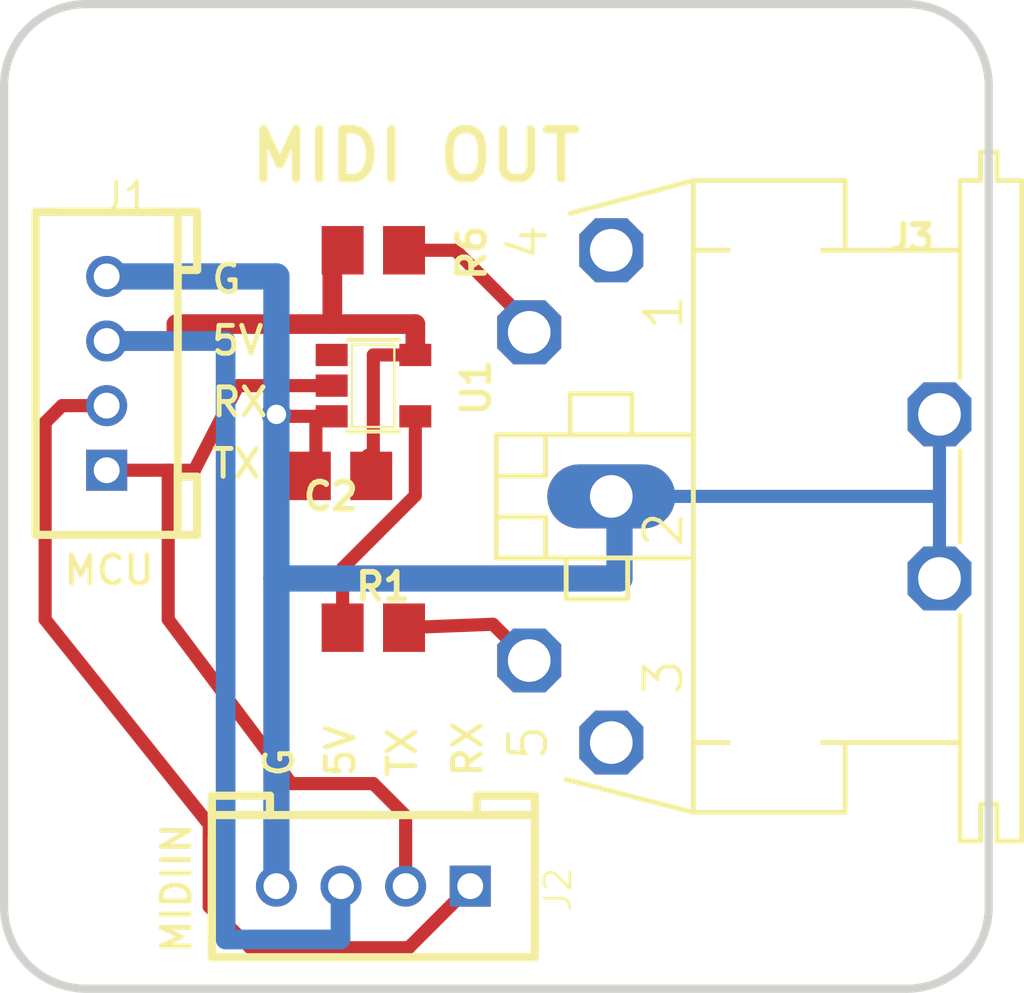
<source format=kicad_pcb>
(kicad_pcb (version 20211014) (generator pcbnew)
  (layers (0 "F.Cu" signal) (31 "B.Cu" signal) (34 "B.Paste" user) (35 "F.Paste" user) (36 "B.SilkS" user "B.Silkscreen") (37 "F.SilkS" user "F.Silkscreen") (38 "B.Mask" user) (39 "F.Mask" user) (44 "Edge.Cuts" user))
  (net 0 "")
  (net 1 "GND")
  (net 2 "+5V")
  (net 3 "TX")
  (net 4 "N$6")
  (net 5 "N$4")
  (net 6 "N$11")
  (net 7 "N$1")
  (footprint "weaver_midiout:C0805" (layer "F.Cu") (at 143.6751 104.3686 180)
    (fp_text reference "C2" (at -0.635 -0.635) (layer "F.SilkS") (effects (font (size 0.84074 0.84074) (thickness 0.17526)) (justify right)))
    (fp_text value "")
    (pad "1" smd rect (at -0.95 0 180) (size 1.3 1.5) (layers "F.Cu" "F.Paste" "F.Mask") (net 2 "+5V"))
    (pad "2" smd rect (at 0.95 0 180) (size 1.3 1.5) (layers "F.Cu" "F.Paste" "F.Mask") (net 1 "GND"))
  )
  (footprint "weaver_midiout:R0805" (layer "F.Cu") (at 144.6911 109.0676)
    (fp_text reference "R1" (at -0.635 -1.27) (layer "F.SilkS") (effects (font (size 0.84074 0.84074) (thickness 0.17526)) (justify left)))
    (fp_text value "220R")
    (pad "1" smd rect (at -0.95 0) (size 1.3 1.5) (layers "F.Cu" "F.Paste" "F.Mask") (net 4 "N$6"))
    (pad "2" smd rect (at 0.95 0) (size 1.3 1.5) (layers "F.Cu" "F.Paste" "F.Mask") (net 6 "N$11"))
  )
  (footprint "weaver_midiout:HW4-2.0" (layer "F.Cu") (at 136.4361 101.1936 90)
    (fp_text reference "J1" (at 5.461 -0.254) (layer "F.SilkS") (effects (font (size 0.897318 0.897318) (thickness 0.118682)) (justify left)))
    (fp_text value "4P-2.0")
    (fp_line (start -5 -2.2) (end 5 -2.2) (layer "F.SilkS") (width 0.254))
    (fp_line (start 3.2 2.2) (end 3.2 2.8) (layer "F.SilkS") (width 0.254))
    (fp_line (start -3.2 2.8) (end -3.2 2.2) (layer "F.SilkS") (width 0.254))
    (fp_line (start 5 2.2) (end 5 -2.2) (layer "F.SilkS") (width 0.254))
    (fp_line (start -5 2.2) (end -3.2 2.2) (layer "F.SilkS") (width 0.254))
    (fp_line (start 3.2 2.2) (end 5 2.2) (layer "F.SilkS") (width 0.254))
    (fp_line (start -5 2.2) (end -5 2.8) (layer "F.SilkS") (width 0.254))
    (fp_line (start -5 2.8) (end -3.2 2.8) (layer "F.SilkS") (width 0.254))
    (fp_line (start -3.2 2.2) (end 3.2 2.2) (layer "F.SilkS") (width 0.254))
    (fp_line (start -5 -2.2) (end -5 2.2) (layer "F.SilkS") (width 0.254))
    (fp_line (start 5 -1.5) (end 5 1.5) (layer "F.SilkS") (width 0.254))
    (fp_line (start 3.2 2.8) (end 5 2.8) (layer "F.SilkS") (width 0.254))
    (fp_line (start -5 -1) (end -5 1) (layer "F.SilkS") (width 0.127))
    (fp_line (start 5 2.8) (end 5 2.2) (layer "F.SilkS") (width 0.254))
    (pad "1" thru_hole rect (at -3 0 90) (size 1.27 1.27) (drill 0.8) (layers *.Cu *.Mask) (net 3 "TX"))
    (pad "2" thru_hole circle (at -1 0 90) (size 1.27 1.27) (drill 0.8) (layers *.Cu *.Mask) (net 7 "N$1"))
    (pad "3" thru_hole circle (at 1 0 90) (size 1.27 1.27) (drill 0.8) (layers *.Cu *.Mask) (net 2 "+5V"))
    (pad "4" thru_hole circle (at 3 0 90) (size 1.27 1.27) (drill 0.8) (layers *.Cu *.Mask) (net 1 "GND"))
  )
  (footprint "" (layer "F.Cu") (at 161.2011 92.3036)
    (fp_text reference "@HOLE2" hide)
    (fp_text value "" (at 0 0) (layer "F.SilkS") (effects (font (size 1.27 1.27))))
    (pad "" np_thru_hole circle (at 0 0) (size 3.2 3.2) (drill 3.2) (layers *.Cu *.Mask))
  )
  (footprint "weaver_midiout:HW4-2.0" (layer "F.Cu") (at 144.6911 117.0686 180)
    (fp_text reference "J2" (at -5.715 0.635 90) (layer "F.SilkS") (effects (font (size 0.801967 0.801967) (thickness 0.087033)) (justify right)))
    (fp_text value "4P-2.0")
    (fp_line (start -5 2.2) (end -5 2.8) (layer "F.SilkS") (width 0.254))
    (fp_line (start -3.2 2.2) (end 3.2 2.2) (layer "F.SilkS") (width 0.254))
    (fp_line (start -5 -1) (end -5 1) (layer "F.SilkS") (width 0.127))
    (fp_line (start 3.2 2.8) (end 5 2.8) (layer "F.SilkS") (width 0.254))
    (fp_line (start 3.2 2.2) (end 3.2 2.8) (layer "F.SilkS") (width 0.254))
    (fp_line (start -5 -2.2) (end 5 -2.2) (layer "F.SilkS") (width 0.254))
    (fp_line (start 5 -1.5) (end 5 1.5) (layer "F.SilkS") (width 0.254))
    (fp_line (start 5 2.8) (end 5 2.2) (layer "F.SilkS") (width 0.254))
    (fp_line (start -5 2.2) (end -3.2 2.2) (layer "F.SilkS") (width 0.254))
    (fp_line (start -5 -2.2) (end -5 2.2) (layer "F.SilkS") (width 0.254))
    (fp_line (start 5 2.2) (end 5 -2.2) (layer "F.SilkS") (width 0.254))
    (fp_line (start -5 2.8) (end -3.2 2.8) (layer "F.SilkS") (width 0.254))
    (fp_line (start 3.2 2.2) (end 5 2.2) (layer "F.SilkS") (width 0.254))
    (fp_line (start -3.2 2.8) (end -3.2 2.2) (layer "F.SilkS") (width 0.254))
    (pad "1" thru_hole rect (at -3 0 180) (size 1.27 1.27) (drill 0.8) (layers *.Cu *.Mask) (net 7 "N$1"))
    (pad "2" thru_hole circle (at -1 0 180) (size 1.27 1.27) (drill 0.8) (layers *.Cu *.Mask) (net 3 "TX"))
    (pad "3" thru_hole circle (at 1 0 180) (size 1.27 1.27) (drill 0.8) (layers *.Cu *.Mask) (net 2 "+5V"))
    (pad "4" thru_hole circle (at 3 0 180) (size 1.27 1.27) (drill 0.8) (layers *.Cu *.Mask) (net 1 "GND"))
  )
  (footprint "weaver_midiout:MAB5SH" (layer "F.Cu") (at 157.1371 105.0036 90)
    (fp_text reference "J3" (at 8.001 3.429) (layer "F.SilkS") (effects (font (size 0.77597 0.77597) (thickness 0.24003)) (justify left)))
    (fp_text value "MAB5SH")
    (fp_text user "1" (at 5.08 -2.794 90) (layer "F.SilkS") (effects (font (size 1.143 1.143) (thickness 0.127)) (justify left bottom)))
    (fp_text user "2" (at -1.651 -2.794 90) (layer "F.SilkS") (effects (font (size 1.143 1.143) (thickness 0.127)) (justify left bottom)))
    (fp_text user "3" (at -6.223 -2.794 90) (layer "F.SilkS") (effects (font (size 1.143 1.143) (thickness 0.127)) (justify left bottom)))
    (fp_text user "5" (at -8.255 -6.985 90) (layer "F.SilkS") (effects (font (size 1.143 1.143) (thickness 0.127)) (justify left bottom)))
    (fp_text user "4" (at 7.239 -6.985 90) (layer "F.SilkS") (effects (font (size 1.143 1.143) (thickness 0.127)) (justify left bottom)))
    (fp_line (start 7.62 2.159) (end 7.62 1.397) (layer "F.SilkS") (width 0.1524))
    (fp_line (start 3.175 -6.35) (end 1.905 -6.35) (layer "F.SilkS") (width 0.1524))
    (fp_line (start -1.905 -6.477) (end -1.905 -4.572) (layer "F.SilkS") (width 0.1524))
    (fp_line (start 9.779 2.159) (end 7.62 2.159) (layer "F.SilkS") (width 0.1524))
    (fp_line (start 1.905 -6.35) (end 1.905 -4.445) (layer "F.SilkS") (width 0.1524))
    (fp_line (start -7.62 2.159) (end -7.62 1.397) (layer "F.SilkS") (width 0.1524))
    (fp_line (start -1.397 5.715) (end 1.397 5.715) (layer "F.SilkS") (width 0.1524))
    (fp_line (start 9.779 5.715) (end 7.62 5.715) (layer "F.SilkS") (width 0.1524))
    (fp_line (start 0.635 -8.636) (end -0.635 -8.636) (layer "F.SilkS") (width 0.1524))
    (fp_line (start 9.779 -2.54) (end 7.62 -2.54) (layer "F.SilkS") (width 0.1524))
    (fp_line (start 1.905 -2.54) (end -1.905 -2.54) (layer "F.SilkS") (width 0.1524))
    (fp_line (start -1.905 -6.477) (end -3.175 -6.477) (layer "F.SilkS") (width 0.1524))
    (fp_line (start -7.62 5.715) (end -10.668 5.715) (layer "F.SilkS") (width 0.1524))
    (fp_line (start -10.668 6.35) (end -9.525 6.35) (layer "F.SilkS") (width 0.1524))
    (fp_line (start 0.635 -8.636) (end 0.635 -7.112) (layer "F.SilkS") (width 0.1524))
    (fp_line (start -10.668 6.35) (end -10.668 5.715) (layer "F.SilkS") (width 0.1524))
    (fp_line (start 7.62 5.715) (end 7.62 2.159) (layer "F.SilkS") (width 0.1524))
    (fp_line (start 9.779 2.159) (end 9.779 -2.54) (layer "F.SilkS") (width 0.1524))
    (fp_line (start 7.62 -2.54) (end 1.905 -2.54) (layer "F.SilkS") (width 0.1524))
    (fp_line (start -8.763 -6.477) (end -9.779 -2.54) (layer "F.SilkS") (width 0.1524))
    (fp_line (start -9.525 6.858) (end -9.525 6.35) (layer "F.SilkS") (width 0.1524))
    (fp_line (start 1.905 -4.445) (end 3.175 -4.445) (layer "F.SilkS") (width 0.1524))
    (fp_line (start -1.905 -8.636) (end -1.905 -7.112) (layer "F.SilkS") (width 0.1524))
    (fp_line (start -7.62 -2.54) (end -9.779 -2.54) (layer "F.SilkS") (width 0.1524))
    (fp_line (start 10.668 6.858) (end 10.668 6.35) (layer "F.SilkS") (width 0.1524))
    (fp_line (start -1.905 -4.572) (end -1.905 -2.54) (layer "F.SilkS") (width 0.1524))
    (fp_line (start 7.62 -2.54) (end 7.62 -1.397) (layer "F.SilkS") (width 0.1524))
    (fp_line (start -9.525 6.858) (end -10.668 6.858) (layer "F.SilkS") (width 0.1524))
    (fp_line (start -1.905 -7.112) (end -0.635 -7.112) (layer "F.SilkS") (width 0.1524))
    (fp_line (start -10.668 7.62) (end 9.779 7.62) (layer "F.SilkS") (width 0.1524))
    (fp_line (start -1.905 -2.54) (end -7.62 -2.54) (layer "F.SilkS") (width 0.1524))
    (fp_line (start 8.763 -6.35) (end 9.779 -2.54) (layer "F.SilkS") (width 0.1524))
    (fp_line (start -9.779 2.159) (end -7.62 2.159) (layer "F.SilkS") (width 0.1524))
    (fp_line (start -0.635 -8.636) (end -0.635 -7.112) (layer "F.SilkS") (width 0.1524))
    (fp_line (start 1.905 -4.445) (end 1.905 -2.54) (layer "F.SilkS") (width 0.1524))
    (fp_line (start 1.905 -8.636) (end 1.905 -7.112) (layer "F.SilkS") (width 0.1524))
    (fp_line (start -7.493 5.715) (end -3.683 5.715) (layer "F.SilkS") (width 0.1524))
    (fp_line (start 1.905 -8.636) (end 0.635 -8.636) (layer "F.SilkS") (width 0.1524))
    (fp_line (start 9.779 5.715) (end 9.779 6.35) (layer "F.SilkS") (width 0.1524))
    (fp_line (start 10.668 6.35) (end 9.779 6.35) (layer "F.SilkS") (width 0.1524))
    (fp_line (start 9.779 7.62) (end 9.779 6.858) (layer "F.SilkS") (width 0.1524))
    (fp_line (start 10.668 6.858) (end 9.779 6.858) (layer "F.SilkS") (width 0.1524))
    (fp_line (start -1.905 -7.112) (end -1.905 -6.477) (layer "F.SilkS") (width 0.1524))
    (fp_line (start 1.905 -7.112) (end 1.905 -6.35) (layer "F.SilkS") (width 0.1524))
    (fp_line (start -7.62 5.715) (end -7.62 2.159) (layer "F.SilkS") (width 0.1524))
    (fp_line (start -1.905 -4.572) (end -3.175 -4.572) (layer "F.SilkS") (width 0.1524))
    (fp_line (start 1.905 -7.112) (end 0.635 -7.112) (layer "F.SilkS") (width 0.1524))
    (fp_line (start -0.635 -8.636) (end -1.905 -8.636) (layer "F.SilkS") (width 0.1524))
    (fp_line (start -10.668 7.62) (end -10.668 6.858) (layer "F.SilkS") (width 0.1524))
    (fp_line (start 3.175 -6.35) (end 3.175 -4.445) (layer "F.SilkS") (width 0.1524))
    (fp_line (start 3.683 5.715) (end 7.62 5.715) (layer "F.SilkS") (width 0.1524))
    (fp_line (start -7.62 -2.54) (end -7.62 -1.397) (layer "F.SilkS") (width 0.1524))
    (fp_line (start -3.175 -6.477) (end -3.175 -4.572) (layer "F.SilkS") (width 0.1524))
    (fp_line (start -9.779 2.159) (end -9.779 -2.54) (layer "F.SilkS") (width 0.1524))
    (pad "" np_thru_hole circle (at -7.62 0 90) (size 2.794 2.794) (drill 2.794) (layers *.Cu *.Mask))
    (pad "" np_thru_hole circle (at 7.62 0 90) (size 2.794 2.794) (drill 2.794) (layers *.Cu *.Mask))
    (pad "1" thru_hole roundrect (at 7.62 -5.08 90) (size 1.9812 1.9812) (drill 1.3208) (layers *.Cu *.Mask) (chamfer_ratio 0.25) (chamfer top_left top_right bottom_left bottom_right))
    (pad "2" thru_hole oval (at 0 -5.08 180) (size 3.9624 1.9812) (drill 1.3208) (layers *.Cu *.Mask) (net 1 "GND"))
    (pad "3" thru_hole roundrect (at -7.62 -5.08 90) (size 1.9812 1.9812) (drill 1.3208) (layers *.Cu *.Mask) (chamfer_ratio 0.25) (chamfer top_left top_right bottom_left bottom_right))
    (pad "4" thru_hole roundrect (at 5.08 -7.62 90) (size 1.9812 1.9812) (drill 1.3208) (layers *.Cu *.Mask) (chamfer_ratio 0.25) (chamfer top_left top_right bottom_left bottom_right) (net 5 "N$4"))
    (pad "5" thru_hole roundrect (at -5.08 -7.62 90) (size 1.9812 1.9812) (drill 1.3208) (layers *.Cu *.Mask) (chamfer_ratio 0.25) (chamfer top_left top_right bottom_left bottom_right) (net 6 "N$11"))
    (pad "PE" thru_hole roundrect (at -2.54 5.08 90) (size 1.9812 1.9812) (drill 1.3208) (layers *.Cu *.Mask) (chamfer_ratio 0.25) (chamfer top_left top_right bottom_left bottom_right) (net 1 "GND"))
    (pad "PE@" thru_hole roundrect (at 2.54 5.08 90) (size 1.9812 1.9812) (drill 1.3208) (layers *.Cu *.Mask) (chamfer_ratio 0.25) (chamfer top_left top_right bottom_left bottom_right) (net 1 "GND"))
  )
  (footprint "" (layer "F.Cu") (at 161.2011 117.7036)
    (fp_text reference "@HOLE1" hide)
    (fp_text value "" (at 0 0) (layer "F.SilkS") (effects (font (size 1.27 1.27))))
    (pad "" np_thru_hole circle (at 0 0) (size 3.2 3.2) (drill 3.2) (layers *.Cu *.Mask))
  )
  (footprint "weaver_midiout:SOT23-5" (layer "F.Cu") (at 144.6911 101.5746 -90)
    (fp_text reference "U1" (at 1.016 -3.175 90) (layer "F.SilkS") (effects (font (size 0.84074 0.84074) (thickness 0.17526)) (justify left)))
    (fp_text value "74LVC1G17DBV")
    (fp_line (start 1.28 0.66) (end -1.27 0.66) (layer "F.SilkS") (width 0.075))
    (fp_line (start 1.28 -0.65) (end 1.28 0.66) (layer "F.SilkS") (width 0.075))
    (fp_line (start -1.27 -0.65) (end 1.28 -0.65) (layer "F.SilkS") (width 0.075))
    (fp_line (start 0 1.29) (end 0 1.3) (layer "F.SilkS") (width 0.01))
    (fp_line (start -1.42 0.8) (end -1.42 -0.8) (layer "F.SilkS") (width 0.127))
    (fp_line (start -1.27 0.66) (end -1.27 -0.65) (layer "F.SilkS") (width 0.075))
    (fp_line (start 1.42 -0.8) (end 1.42 0.8) (layer "F.SilkS") (width 0.127))
    (pad "1" smd rect (at -0.95 1.29 270) (size 0.69 0.99) (layers "F.Cu" "F.Paste" "F.Mask"))
    (pad "2" smd rect (at 0 1.29 270) (size 0.69 0.99) (layers "F.Cu" "F.Paste" "F.Mask") (net 3 "TX"))
    (pad "3" smd rect (at 0.95 1.29 270) (size 0.69 0.99) (layers "F.Cu" "F.Paste" "F.Mask") (net 1 "GND"))
    (pad "4" smd rect (at 0.95 -1.3 270) (size 0.69 0.99) (layers "F.Cu" "F.Paste" "F.Mask") (net 4 "N$6"))
    (pad "5" smd rect (at -0.95 -1.3 270) (size 0.69 0.99) (layers "F.Cu" "F.Paste" "F.Mask") (net 2 "+5V"))
  )
  (footprint "" (layer "F.Cu") (at 135.8011 117.7036)
    (fp_text reference "@HOLE0" hide)
    (fp_text value "" (at 0 0) (layer "F.SilkS") (effects (font (size 1.27 1.27))))
    (pad "" np_thru_hole circle (at 0 0) (size 3.2 3.2) (drill 3.2) (layers *.Cu *.Mask))
  )
  (footprint "weaver_midiout:R0805" (layer "F.Cu") (at 144.6911 97.3836)
    (fp_text reference "R6" (at 3.048 1.016 90) (layer "F.SilkS") (effects (font (size 0.84074 0.84074) (thickness 0.17526)) (justify left)))
    (fp_text value "220R")
    (pad "1" smd rect (at -0.95 0) (size 1.3 1.5) (layers "F.Cu" "F.Paste" "F.Mask") (net 2 "+5V"))
    (pad "2" smd rect (at 0.95 0) (size 1.3 1.5) (layers "F.Cu" "F.Paste" "F.Mask") (net 5 "N$4"))
  )
  (footprint "" (layer "F.Cu") (at 135.8011 92.3036)
    (fp_text reference "@HOLE3" hide)
    (fp_text value "" (at 0 0) (layer "F.SilkS") (effects (font (size 1.27 1.27))))
    (pad "" np_thru_hole circle (at 0 0) (size 3.2 3.2) (drill 3.2) (layers *.Cu *.Mask))
  )
  (gr_arc (start 161.2011 89.7636) (mid 162.997151 90.507549) (end 163.7411 92.3036) (layer "Edge.Cuts") (width 0.254))
  (gr_arc (start 133.2611 92.3036) (mid 134.005049 90.507549) (end 135.8011 89.7636) (layer "Edge.Cuts") (width 0.254))
  (gr_line (start 133.2611 117.7036) (end 133.2611 92.3036) (layer "Edge.Cuts") (width 0.254))
  (gr_line (start 163.7411 117.7036) (end 163.7411 92.3036) (layer "Edge.Cuts") (width 0.254))
  (gr_line (start 135.8011 120.2436) (end 161.2011 120.2436) (layer "Edge.Cuts") (width 0.254))
  (gr_arc (start 163.7411 117.7036) (mid 162.997151 119.499651) (end 161.2011 120.2436) (layer "Edge.Cuts") (width 0.254))
  (gr_arc (start 135.8011 120.2436) (mid 134.005049 119.499651) (end 133.2611 117.7036) (layer "Edge.Cuts") (width 0.254))
  (gr_line (start 135.8011 89.7636) (end 161.2011 89.7636) (layer "Edge.Cuts") (width 0.254))
  (gr_text "G" (at 139.6111 98.7806) (layer "F.SilkS") (effects (font (size 0.8636 0.8636) (thickness 0.1524)) (justify left bottom)))
  (gr_text "RX" (at 139.6111 102.5906) (layer "F.SilkS") (effects (font (size 0.8636 0.8636) (thickness 0.1524)) (justify left bottom)))
  (gr_text "MIDI OUT" (at 140.7541 95.3516) (layer "F.SilkS") (effects (font (size 1.5113 1.5113) (thickness 0.2667)) (justify left bottom)))
  (gr_text "G" (at 142.2781 113.7666 90) (layer "F.SilkS") (effects (font (size 0.8636 0.8636) (thickness 0.1524)) (justify left bottom)))
  (gr_text "RX" (at 148.1201 113.7666 90) (layer "F.SilkS") (effects (font (size 0.8636 0.8636) (thickness 0.1524)) (justify left bottom)))
  (gr_text "MIDIIN" (at 139.1031 119.2276 90) (layer "F.SilkS") (effects (font (size 0.8636 0.8636) (thickness 0.1524)) (justify left bottom)))
  (gr_text "5V" (at 139.6111 100.6856) (layer "F.SilkS") (effects (font (size 0.8636 0.8636) (thickness 0.1524)) (justify left bottom)))
  (gr_text "TX" (at 139.6111 104.4956) (layer "F.SilkS") (effects (font (size 0.8636 0.8636) (thickness 0.1524)) (justify left bottom)))
  (gr_text "5V" (at 144.1831 113.7666 90) (layer "F.SilkS") (effects (font (size 0.8636 0.8636) (thickness 0.1524)) (justify left bottom)))
  (gr_text "TX" (at 146.0881 113.7666 90) (layer "F.SilkS") (effects (font (size 0.8636 0.8636) (thickness 0.1524)) (justify left bottom)))
  (gr_text "MCU" (at 135.0391 107.7976) (layer "F.SilkS") (effects (font (size 0.8636 0.8636) (thickness 0.1524)) (justify left bottom)))
  (segment (start 142.9131 102.5246) (end 141.6911 102.5246) (width 0.4064) (layer "F.Cu") (net 1))
  (segment (start 142.7251 104.3686) (end 142.9131 104.3686) (width 0.4064) (layer "F.Cu") (net 1))
  (segment (start 142.9131 104.3686) (end 142.9131 102.5246) (width 0.4064) (layer "F.Cu") (net 1))
  (segment (start 143.4011 102.5246) (end 142.9131 102.5246) (width 0.4064) (layer "F.Cu") (net 1))
  (segment (start 141.6911 102.5246) (end 141.6911 102.4636) (width 0.4064) (layer "F.Cu") (net 1))
  (via (at 141.6911 102.4636) (size 0.9048) (drill 0.6) (layers "F.Cu" "B.Cu") (net 1))
  (segment (start 152.3111 105.0036) (end 152.3111 107.5436) (width 0.8128) (layer "B.Cu") (net 1))
  (segment (start 152.3111 107.5436) (end 141.6911 107.5436) (width 0.8128) (layer "B.Cu") (net 1))
  (segment (start 141.6911 98.1936) (end 141.6911 102.4636) (width 0.8128) (layer "B.Cu") (net 1))
  (segment (start 141.6911 102.4636) (end 141.6911 107.5436) (width 0.8128) (layer "B.Cu") (net 1))
  (segment (start 136.4361 98.1936) (end 141.6911 98.1936) (width 0.8128) (layer "B.Cu") (net 1))
  (segment (start 141.6911 107.5436) (end 141.6911 117.0686) (width 0.8128) (layer "B.Cu") (net 1))
  (segment (start 152.0571 105.0036) (end 152.3111 105.0036) (width 0.8128) (layer "B.Cu") (net 1))
  (segment (start 162.2171 107.5436) (end 162.2171 105.0036) (width 0.4064) (layer "B.Cu") (net 1))
  (segment (start 152.0571 105.0036) (end 162.2171 105.0036) (width 0.4064) (layer "B.Cu") (net 1))
  (segment (start 162.2171 105.0036) (end 162.2171 102.4636) (width 0.4064) (layer "B.Cu") (net 1))
  (segment (start 144.6911 100.6246) (end 144.6911 103.7336) (width 0.4064) (layer "F.Cu") (net 2))
  (segment (start 145.9911 100.6246) (end 144.6911 100.6246) (width 0.4064) (layer "F.Cu") (net 2))
  (segment (start 138.5951 99.6696) (end 138.5951 100.1936) (width 0.6096) (layer "F.Cu") (net 2))
  (segment (start 145.9911 99.6696) (end 145.9911 100.6246) (width 0.6096) (layer "F.Cu") (net 2))
  (segment (start 143.4211 99.6696) (end 138.5951 99.6696) (width 0.6096) (layer "F.Cu") (net 2))
  (segment (start 143.7411 97.3836) (end 143.4211 97.3836) (width 0.4064) (layer "F.Cu") (net 2))
  (segment (start 144.6911 103.7336) (end 144.5251 103.7336) (width 0.4064) (layer "F.Cu") (net 2))
  (segment (start 144.5251 103.7336) (end 144.6251 104.3686) (width 0.4064) (layer "F.Cu") (net 2))
  (segment (start 138.5951 100.1936) (end 136.4361 100.1936) (width 0.6096) (layer "F.Cu") (net 2))
  (segment (start 143.4211 99.6696) (end 145.9911 99.6696) (width 0.6096) (layer "F.Cu") (net 2))
  (segment (start 143.4211 97.3836) (end 143.4211 99.6696) (width 0.6096) (layer "F.Cu") (net 2))
  (segment (start 143.6911 117.0686) (end 143.6751 117.0686) (width 0.6096) (layer "B.Cu") (net 2))
  (segment (start 143.6751 117.0686) (end 143.6751 118.7196) (width 0.6096) (layer "B.Cu") (net 2))
  (segment (start 136.4361 100.1936) (end 140.1191 100.1936) (width 0.6096) (layer "B.Cu") (net 2))
  (segment (start 143.6751 118.7196) (end 140.1191 118.7196) (width 0.6096) (layer "B.Cu") (net 2))
  (segment (start 140.1191 118.7196) (end 140.1191 100.1936) (width 0.6096) (layer "B.Cu") (net 2))
  (segment (start 139.1511 104.1936) (end 140.5001 101.5746) (width 0.4064) (layer "F.Cu") (net 3))
  (segment (start 145.6911 117.0686) (end 145.6911 114.8936) (width 0.4064) (layer "F.Cu") (net 3))
  (segment (start 143.4011 101.5746) (end 140.5001 101.5746) (width 0.4064) (layer "F.Cu") (net 3))
  (segment (start 136.4361 104.1936) (end 138.3411 104.1936) (width 0.4064) (layer "F.Cu") (net 3))
  (segment (start 144.6911 113.8936) (end 142.1511 113.8936) (width 0.4064) (layer "F.Cu") (net 3))
  (segment (start 138.3411 104.1936) (end 139.1511 104.1936) (width 0.4064) (layer "F.Cu") (net 3))
  (segment (start 142.1511 113.8936) (end 138.3411 108.8136) (width 0.4064) (layer "F.Cu") (net 3))
  (segment (start 145.6911 114.8936) (end 144.6911 113.8936) (width 0.4064) (layer "F.Cu") (net 3))
  (segment (start 138.3411 108.8136) (end 138.3411 104.1936) (width 0.4064) (layer "F.Cu") (net 3))
  (segment (start 143.7411 109.0676) (end 143.7411 107.2236) (width 0.4064) (layer "F.Cu") (net 4))
  (segment (start 145.9911 102.5246) (end 145.9911 104.9736) (width 0.4064) (layer "F.Cu") (net 4))
  (segment (start 145.9911 104.9736) (end 143.7411 107.2236) (width 0.4064) (layer "F.Cu") (net 4))
  (segment (start 147.2311 97.3836) (end 145.6411 97.3836) (width 0.4064) (layer "F.Cu") (net 5))
  (segment (start 149.5171 99.6696) (end 147.2311 97.3836) (width 0.4064) (layer "F.Cu") (net 5))
  (segment (start 149.5171 99.9236) (end 149.5171 99.6696) (width 0.4064) (layer "F.Cu") (net 5))
  (segment (start 148.394421 108.960922) (end 149.5171 110.0836) (width 0.4064) (layer "F.Cu") (net 6))
  (segment (start 145.6411 109.0676) (end 148.394421 108.960922) (width 0.4064) (layer "F.Cu") (net 6))
  (segment (start 135.0551 102.1936) (end 134.5311 102.7176) (width 0.4064) (layer "F.Cu") (net 7))
  (segment (start 134.5311 102.7176) (end 134.5311 108.8136) (width 0.4064) (layer "F.Cu") (net 7))
  (segment (start 134.5311 108.8136) (end 139.6111 115.1636) (width 0.4064) (layer "F.Cu") (net 7))
  (segment (start 139.6111 115.1636) (end 139.6111 117.7036) (width 0.4064) (layer "F.Cu") (net 7))
  (segment (start 140.8811 118.9736) (end 145.7861 118.9736) (width 0.4064) (layer "F.Cu") (net 7))
  (segment (start 145.7861 118.9736) (end 147.6911 117.0686) (width 0.4064) (layer "F.Cu") (net 7))
  (segment (start 139.6111 117.7036) (end 140.8811 118.9736) (width 0.4064) (layer "F.Cu") (net 7))
  (segment (start 136.4361 102.1936) (end 135.0551 102.1936) (width 0.4064) (layer "F.Cu") (net 7))
)
</source>
